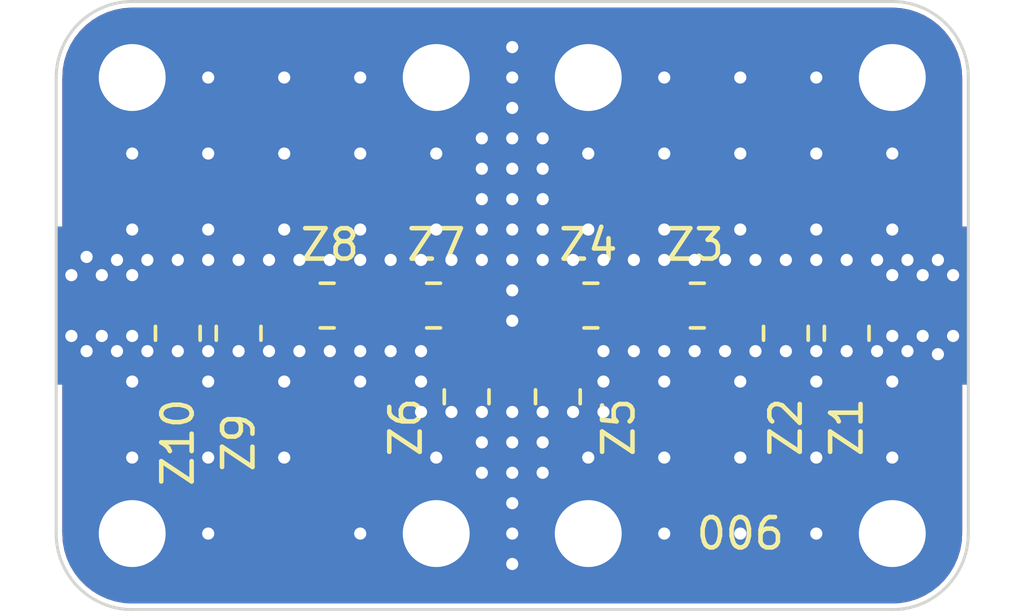
<source format=kicad_pcb>
(kicad_pcb (version 20211014) (generator pcbnew)
  (layers (0 "F.Cu" signal "Górna sygnałowa") (31 "B.Cu" signal "Dolna sygnałowa") (37 "F.SilkS" user "Górna opisowa") (38 "B.Mask" user "Dolna sodermaski") (39 "F.Mask" user "Górna soldermaski") (44 "Edge.Cuts" user "Krawędziowa"))
  (net 0 "")
  (net 1 "GND")
  (net 2 "Net-(J1-Pad1)")
  (net 3 "Net-(J2-Pad1)")
  (net 4 "Net-(Z3-Pad2)")
  (net 5 "Net-(Z4-Pad2)")
  (net 6 "Net-(Z7-Pad2)")
  (footprint "Resistor_SMD:R_0805_2012Metric" (layer "F.Cu") (at 133.5 63.4125 -90)
    (fp_text reference "Z1" (at 3.0875 0 90) (layer "F.SilkS"))
    (fp_text value "Z")
    (fp_line (start -0.227064 -0.735) (end 0.227064 -0.735) (layer "F.SilkS") (width 0.12))
    (fp_line (start -0.227064 0.735) (end 0.227064 0.735) (layer "F.SilkS") (width 0.12))
    (pad "1" smd roundrect locked (at -0.9125 0 270) (size 1.025 1.4) (layers "F.Cu" "F.Paste" "F.Mask") (roundrect_rratio 0.243902439) (net 2 "Net-(J1-Pad1)"))
    (pad "2" smd roundrect locked (at 0.9125 0 270) (size 1.025 1.4) (layers "F.Cu" "F.Paste" "F.Mask") (roundrect_rratio 0.243902439) (net 1 "GND"))
  )
  (footprint "modular-rf-bench-footprints:M2-hole" (layer "F.Cu") (at 135 70)
    (fp_text reference "H2" hide)
    (fp_text value "M2" hide)
    (pad "1" thru_hole circle (at 0 0) (size 3.4 3.4) (drill 2.2) (layers *.Cu *.Mask) (net 1 "GND"))
  )
  (footprint "modular-rf-bench-footprints:M2-hole" (layer "F.Cu") (at 135 55)
    (fp_text reference "H4" hide)
    (fp_text value "M2" hide)
    (pad "1" thru_hole circle (at 0 0) (size 3.4 3.4) (drill 2.2) (layers *.Cu *.Mask) (net 1 "GND"))
  )
  (footprint "modular-rf-bench-footprints:M2-hole" (layer "F.Cu") (at 125 55)
    (fp_text reference "H7" hide)
    (fp_text value "M2" hide)
    (pad "1" thru_hole circle (at 0 0) (size 3.4 3.4) (drill 2.2) (layers *.Cu *.Mask) (net 1 "GND"))
  )
  (footprint "LOGO" (layer "F.Cu") (at 115 69.5)
    (fp_text reference "G***" hide)
    (fp_text value "LOGO" hide)
    (fp_poly (pts (xy 1.707208 -2.385083) (xy 1.72178 -2.377357) (xy 1.727638 -2.361209) (xy 1.724986 -2.333962) (xy 1.714028 -2.292938) (xy 1.695246 -2.236259) (xy 1.67886 -2.189554) (xy 1.664665 -2.150375) (xy 1.654112 -2.122636) (xy 1.64865 -2.110255) (xy 1.648486 -2.110054) (xy 1.654138 -2.102822) (xy 1.673545 -2.088435) (xy 1.702518 -2.069996) (xy 1.702794 -2.06983) (xy 1.765684 -2.026146) (xy 1.813512 -1.980369) (xy 1.845324 -1.93425) (xy 1.860162 -1.889541) (xy 1.85707 -1.847993) (xy 1.84052 -1.817555) (xy 1.820991 -1.793438) (xy 1.877555 -1.759364) (xy 1.917737 -1.733301) (xy 1.95925 -1.703533) (xy 1.980607 -1.68675) (xy 2.006661 -1.664073) (xy 2.019745 -1.647389) (xy 2.023211 -1.630016) (xy 2.020661 -1.606876) (xy 2.015636 -1.567128) (xy 2.012184 -1.526831) (xy 2.012056 -1.524528) (xy 2.006709 -1.493183) (xy 1.992958 -1.475529) (xy 1.987295 -1.472236) (xy 1.964024 -1.455734) (xy 1.944294 -1.435747) (xy 1.934232 -1.424962) (xy 1.921977 -1.417526) (xy 1.903462 -1.412581) (xy 1.874622 -1.409268) (xy 1.831391 -1.406728) (xy 1.800502 -1.40537) (xy 1.740844 -1.401769) (xy 1.695936 -1.396721) (xy 1.66814 -1.390536) (xy 1.661407 -1.387121) (xy 1.649381 -1.368624) (xy 1.640328 -1.340255) (xy 1.63945 -1.335453) (xy 1.632091 -1.309371) (xy 1.617507 -1.271305) (xy 1.5982 -1.227508) (xy 1.586787 -1.203865) (xy 1.569617 -1.168352) (xy 1.556241 -1.136883) (xy 1.545437 -1.105019) (xy 1.535983 -1.068321) (xy 1.526657 -1.022348) (xy 1.516238 -0.96266) (xy 1.510003 -0.924858) (xy 1.498611 -0.849525) (xy 1.487513 -0.766274) (xy 1.477703 -0.683243) (xy 1.470177 -0.608573) (xy 1.467711 -0.578682) (xy 1.453479 -0.42915) (xy 1.434101 -0.296565) (xy 1.409013 -0.177722) (xy 1.378053 -0.070634) (xy 1.349141 0.00713) (xy 1.316299 0.074946) (xy 1.27602 0.13851) (xy 1.224798 0.20352) (xy 1.175643 0.258199) (xy 1.077329 0.37528) (xy 0.993806 0.501629) (xy 0.931364 0.621186) (xy 0.903186 0.677903) (xy 0.877811 0.720375) (xy 0.851675 0.754018) (xy 0.828482 0.777604) (xy 0.800811 0.802117) (xy 0.778251 0.819713) (xy 0.765568 0.826682) (xy 0.765395 0.826688) (xy 0.753451 0.833218) (xy 0.741919 0.853767) (xy 0.730392 0.889773) (xy 0.718459 0.942674) (xy 0.705712 1.01391) (xy 0.697702 1.064739) (xy 0.682935 1.157753) (xy 0.668702 1.236626) (xy 0.653537 1.307789) (xy 0.635974 1.377671) (xy 0.61455 1.452702) (xy 0.594147 1.519151) (xy 0.573662 1.588767) (xy 0.559937 1.648459) (xy 0.552673 1.703792) (xy 0.551572 1.760332) (xy 0.556334 1.823643) (xy 0.566662 1.899292) (xy 0.571976 1.932384) (xy 0.581863 1.993891) (xy 0.591097 2.054175) (xy 0.598842 2.107582) (xy 0.604263 2.14846) (xy 0.605561 2.159723) (xy 0.612893 2.204728) (xy 0.626368 2.241894) (xy 0.650004 2.281963) (xy 0.652923 2.28631) (xy 0.693121 2.345728) (xy 0.391035 2.345728) (xy 0.398018 2.312144) (xy 0.406666 2.282384) (xy 0.417092 2.259536) (xy 0.421952 2.245992) (xy 0.419574 2.22758) (xy 0.408787 2.199446) (xy 0.396054 2.172292) (xy 0.37605 2.126603) (xy 0.359018 2.076762) (xy 0.343853 2.018573) (xy 0.329451 1.94784) (xy 0.315851 1.867612) (xy 0.305774 1.815487) (xy 0.290904 1.752618) (xy 0.27342 1.687715) (xy 0.259042 1.640272) (xy 0.239373 1.577432) (xy 0.224185 1.523154) (xy 0.212556 1.472312) (xy 0.203565 1.419774) (xy 0.19629 1.360411) (xy 0.18981 1.289094) (xy 0.185282 1.229699) (xy 0.180007 1.126544) (xy 0.179205 1.027802) (xy 0.18278 0.938429) (xy 0.190634 0.863381) (xy 0.192649 0.850881) (xy 0.198285 0.818238) (xy 0.013062 0.82396) (xy -0.107738 0.82548) (xy -0.212835 0.821724) (xy -0.306616 0.812274) (xy -0.393468 0.796713) (xy -0.464665 0.778501) (xy -0.571132 0.739636) (xy -0.66046 0.68959) (xy -0.733091 0.628052) (xy -0.789464 0.554711) (xy -0.795565 0.544391) (xy -0.824093 0.4946) (xy -0.831361 0.523556) (xy -0.851223 0.580742) (xy -0.881966 0.643838) (xy -0.919153 0.704875) (xy -0.958352 0.755885) (xy -0.964174 0.762224) (xy -0.998177 0.799253) (xy -1.020985 0.828535) (xy -1.036147 0.856807) (xy -1.047214 0.890804) (xy -1.057733 0.937262) (xy -1.058593 0.941406) (xy -1.077747 1.014043) (xy -1.104922 1.080397) (xy -1.14259 1.144725) (xy -1.193225 1.211286) (xy -1.255438 1.280306) (xy -1.299345 1.327086) (xy -1.330904 1.363066) (xy -1.352698 1.391736) (xy -1.367309 1.416586) (xy -1.377321 1.441105) (xy -1.379516 1.447943) (xy -1.393383 1.510336) (xy -1.40151 1.583767) (xy -1.403348 1.659269) (xy -1.39835 1.727875) (xy -1.397133 1.736045) (xy -1.378151 1.852191) (xy -1.361347 1.949249) (xy -1.346392 2.028646) (xy -1.332955 2.091809) (xy -1.320708 2.140166) (xy -1.30932 2.175143) (xy -1.298463 2.198166) (xy -1.287806 2.210664) (xy -1.287464 2.210907) (xy -1.256964 2.236176) (xy -1.229438 2.265811) (xy -1.210524 2.293348) (xy -1.206109 2.30412) (xy -1.204756 2.313632) (xy -1.209064 2.319721) (xy -1.222584 2.323146) (xy -1.248864 2.324671) (xy -1.291453 2.325054) (xy -1.303781 2.325061) (xy -1.406928 2.325061) (xy -1.404551 2.296643) (xy -1.406631 2.27843) (xy -1.417659 2.257689) (xy -1.440231 2.230433) (xy -1.463418 2.206224) (xy -1.506232 2.157147) (xy -1.545198 2.099598) (xy -1.581789 2.030726) (xy -1.617483 1.947679) (xy -1.653754 1.847608) (xy -1.662294 1.822003) (xy -1.697106 1.710358) (xy -1.722384 1.613609) (xy -1.738078 1.528285) (xy -1.744138 1.450921) (xy -1.740513 1.378048) (xy -1.727154 1.306198) (xy -1.704012 1.231903) (xy -1.671036 1.151696) (xy -1.652075 1.110862) (xy -1.636756 1.077573) (xy -1.626819 1.050567) (xy -1.621132 1.023669) (xy -1.618567 0.990701) (xy -1.617993 0.945488) (xy -1.618058 0.924857) (xy -1.625963 0.813717) (xy -1.648543 0.689349) (xy -1.685564 0.552839) (xy -1.720352 0.449512) (xy -1.738479 0.395325) (xy -1.755499 0.337402) (xy -1.768757 0.28505) (xy -1.772894 0.265233) (xy -1.785589 0.208368) (xy -1.799357 0.165227) (xy -1.813305 0.137191) (xy -1.826539 0.125643) (xy -1.838166 0.131965) (xy -1.846026 0.152044) (xy -1.850797 0.168673) (xy -1.85519 0.170196) (xy -1.862104 0.1549) (xy -1.867875 0.139127) (xy -1.878772 0.090843) (xy -1.88276 0.030839) (xy -1.880033 -0.033197) (xy -1.870784 -0.093578) (xy -1.861162 -0.127803) (xy -1.813901 -0.230684) (xy -1.748926 -0.324576) (xy -1.667469 -0.408757) (xy -1.570758 -0.482506) (xy -1.460023 -0.545102) (xy -1.336491 -0.595822) (xy -1.201393 -0.633946) (xy -1.055958 -0.658752) (xy -0.940358 -0.668205) (xy -0.852575 -0.670242) (xy -0.768501 -0.667683) (xy -0.683224 -0.659982) (xy -0.591831 -0.646595) (xy -0.48941 -0.626977) (xy -0.408289 -0.609192) (xy -0.312193 -0.587655) (xy -0.232421 -0.5708) (xy -0.165292 -0.558121) (xy -0.107125 -0.549111) (xy -0.054238 -0.543263) (xy -0.002951 -0.540071) (xy 0.050417 -0.539027) (xy 0.098629 -0.539425) (xy 0.154738 -0.540085) (xy 0.199013 -0.539411) (xy 0.23732 -0.536684) (xy 0.275528 -0.531182) (xy 0.319505 -0.522181) (xy 0.37512 -0.508962) (xy 0.403604 -0.501918) (xy 0.475622 -0.484786) (xy 0.531279 -0.473817) (xy 0.573946 -0.469024) (xy 0.606992 -0.470419) (xy 0.633788 -0.478013) (xy 0.657703 -0.49182) (xy 0.671833 -0.502891) (xy 0.692889 -0.523327) (xy 0.710733 -0.547871) (xy 0.726651 -0.579659) (xy 0.741925 -0.621827) (xy 0.75784 -0.677511) (xy 0.77568 -0.749847) (xy 0.779346 -0.765531) (xy 0.796905 -0.83723) (xy 0.818065 -0.917688) (xy 0.840306 -0.997626) (xy 0.861109 -1.067766) (xy 0.863452 -1.075283) (xy 0.878978 -1.125887) (xy 0.891303 -1.169705) (xy 0.901226 -1.211056) (xy 0.909547 -1.254259) (xy 0.917065 -1.303635) (xy 0.924579 -1.363502) (xy 0.932889 -1.438181) (xy 0.936002 -1.467372) (xy 0.947098 -1.569507) (xy 0.956972 -1.653593) (xy 0.966097 -1.722179) (xy 0.974945 -1.777812) (xy 0.983991 -1.823043) (xy 0.993707 -1.860418) (xy 1.004567 -1.892487) (xy 1.017044 -1.921798) (xy 1.022488 -1.933108) (xy 1.043227 -1.972305) (xy 1.064341 -2.004466) (xy 1.089403 -2.03324) (xy 1.121983 -2.062279) (xy 1.165654 -2.095234) (xy 1.214198 -2.129077) (xy 1.26388 -2.165032) (xy 1.315539 -2.205693) (xy 1.361923 -2.245205) (xy 1.38689 -2.268565) (xy 1.418275 -2.297957) (xy 1.445322 -2.320096) (xy 1.46414 -2.331951) (xy 1.469559 -2.332995) (xy 1.483132 -2.318377) (xy 1.484744 -2.288394) (xy 1.474416 -2.244522) (xy 1.468097 -2.226457) (xy 1.456615 -2.194668) (xy 1.44885 -2.171059) (xy 1.446704 -2.162272) (xy 1.453034 -2.164187) (xy 1.469982 -2.17846) (xy 1.494485 -2.201958) (xy 1.52348 -2.23155) (xy 1.553903 -2.264104) (xy 1.582693 -2.296485) (xy 1.606785 -2.325563) (xy 1.608411 -2.327645) (xy 1.635607 -2.360388) (xy 1.656294 -2.37884) (xy 1.674724 -2.386355) (xy 1.683716 -2.387063)) (layer "F.Cu") (width 0) (fill solid))
  )
  (footprint "Resistor_SMD:R_0805_2012Metric" (layer "F.Cu") (at 121 65.5 -90)
    (fp_text reference "Z6" (at 1 2 90) (layer "F.SilkS"))
    (fp_text value "Z")
    (fp_line (start -0.227064 -0.735) (end 0.227064 -0.735) (layer "F.SilkS") (width 0.12))
    (fp_line (start -0.227064 0.735) (end 0.227064 0.735) (layer "F.SilkS") (width 0.12))
    (pad "1" smd roundrect locked (at -0.9125 0 270) (size 1.025 1.4) (layers "F.Cu" "F.Paste" "F.Mask") (roundrect_rratio 0.243902439) (net 5 "Net-(Z4-Pad2)"))
    (pad "2" smd roundrect locked (at 0.9125 0 270) (size 1.025 1.4) (layers "F.Cu" "F.Paste" "F.Mask") (roundrect_rratio 0.243902439) (net 1 "GND"))
  )
  (footprint "Resistor_SMD:R_0805_2012Metric" (layer "F.Cu") (at 113.5 63.4125 -90)
    (fp_text reference "Z9" (at 3.5875 0 90) (layer "F.SilkS"))
    (fp_text value "Z")
    (fp_line (start -0.227064 -0.735) (end 0.227064 -0.735) (layer "F.SilkS") (width 0.12))
    (fp_line (start -0.227064 0.735) (end 0.227064 0.735) (layer "F.SilkS") (width 0.12))
    (pad "1" smd roundrect locked (at -0.9125 0 270) (size 1.025 1.4) (layers "F.Cu" "F.Paste" "F.Mask") (roundrect_rratio 0.243902439) (net 3 "Net-(J2-Pad1)"))
    (pad "2" smd roundrect locked (at 0.9125 0 270) (size 1.025 1.4) (layers "F.Cu" "F.Paste" "F.Mask") (roundrect_rratio 0.243902439) (net 1 "GND"))
  )
  (footprint "modular-rf-bench-footprints:M2-hole" (layer "F.Cu") (at 125 70)
    (fp_text reference "H8" hide)
    (fp_text value "M2" hide)
    (pad "1" thru_hole circle (at 0 0) (size 3.4 3.4) (drill 2.2) (layers *.Cu *.Mask) (net 1 "GND"))
  )
  (footprint "modular-rf-bench-footprints:edge-connector" (layer "F.Cu") (at 137.5 62.5)
    (fp_text reference "J1")
    (fp_text value "CONN" hide)
    (pad "1" smd rect (at -1.5 0) (size 3 0.8) (layers "F.Cu") (net 2 "Net-(J1-Pad1)"))
    (pad "2" thru_hole circle (at -1.5 1) (size 0.8 0.8) (drill 0.4) (layers *.Cu) (net 1 "GND"))
    (pad "2" thru_hole circle (at -2.5 1) (size 0.8 0.8) (drill 0.4) (layers *.Cu) (net 1 "GND"))
    (pad "2" smd rect (at -1.5 0) (size 3 5.2) (layers "B.Cu") (net 1 "GND"))
    (pad "2" thru_hole circle (at -1 -1.5) (size 0.8 0.8) (drill 0.4) (layers *.Cu) (net 1 "GND"))
    (pad "2" smd rect (at -1.5 1.6) (size 3 2) (layers "F.Cu") (net 1 "GND"))
    (pad "2" thru_hole circle (at -1 1.6) (size 0.8 0.8) (drill 0.4) (layers *.Cu) (net 1 "GND"))
    (pad "2" thru_hole circle (at -2 -1.5) (size 0.8 0.8) (drill 0.4) (layers *.Cu) (net 1 "GND"))
    (pad "2" thru_hole circle (at -2 1.5) (size 0.8 0.8) (drill 0.4) (layers *.Cu) (net 1 "GND"))
    (pad "2" thru_hole circle (at -0.5 1) (size 0.8 0.8) (drill 0.4) (layers *.Cu) (net 1 "GND"))
    (pad "2" thru_hole circle (at -2.5 -1) (size 0.8 0.8) (drill 0.4) (layers *.Cu) (net 1 "GND"))
    (pad "2" thru_hole circle (at -1.5 -1) (size 0.8 0.8) (drill 0.4) (layers *.Cu) (net 1 "GND"))
    (pad "2" smd rect (at -1.5 -1.6) (size 3 2) (layers "F.Cu") (net 1 "GND"))
    (pad "2" thru_hole circle (at -0.5 -1) (size 0.8 0.8) (drill 0.4) (layers *.Cu) (net 1 "GND"))
  )
  (footprint "Resistor_SMD:R_0805_2012Metric" (layer "F.Cu") (at 111.5 63.4125 -90)
    (fp_text reference "Z10" (at 3.5875 0 90) (layer "F.SilkS"))
    (fp_text value "Z")
    (fp_line (start -0.227064 -0.735) (end 0.227064 -0.735) (layer "F.SilkS") (width 0.12))
    (fp_line (start -0.227064 0.735) (end 0.227064 0.735) (layer "F.SilkS") (width 0.12))
    (pad "1" smd roundrect locked (at -0.9125 0 270) (size 1.025 1.4) (layers "F.Cu" "F.Paste" "F.Mask") (roundrect_rratio 0.243902439) (net 3 "Net-(J2-Pad1)"))
    (pad "2" smd roundrect locked (at 0.9125 0 270) (size 1.025 1.4) (layers "F.Cu" "F.Paste" "F.Mask") (roundrect_rratio 0.243902439) (net 1 "GND"))
  )
  (footprint "modular-rf-bench-footprints:M2-hole" (layer "F.Cu") (at 120 70)
    (fp_text reference "H6" hide)
    (fp_text value "M2" hide)
    (pad "1" thru_hole circle (at 0 0) (size 3.4 3.4) (drill 2.2) (layers *.Cu *.Mask) (net 1 "GND"))
  )
  (footprint "Resistor_SMD:R_0805_2012Metric" (layer "F.Cu") (at 119.9125 62.5 180)
    (fp_text reference "Z7" (at -0.0875 2) (layer "F.SilkS"))
    (fp_text value "Z")
    (fp_line (start -0.227064 -0.735) (end 0.227064 -0.735) (layer "F.SilkS") (width 0.12))
    (fp_line (start -0.227064 0.735) (end 0.227064 0.735) (layer "F.SilkS") (width 0.12))
    (pad "1" smd roundrect locked (at -0.9125 0 180) (size 1.025 1.4) (layers "F.Cu" "F.Paste" "F.Mask") (roundrect_rratio 0.243902439) (net 5 "Net-(Z4-Pad2)"))
    (pad "2" smd roundrect locked (at 0.9125 0 180) (size 1.025 1.4) (layers "F.Cu" "F.Paste" "F.Mask") (roundrect_rratio 0.243902439) (net 6 "Net-(Z7-Pad2)"))
  )
  (footprint "modular-rf-bench-footprints:M2-hole" (layer "F.Cu") (at 110 70)
    (fp_text reference "H1" hide)
    (fp_text value "M2" hide)
    (pad "1" thru_hole circle (at 0 0) (size 3.4 3.4) (drill 2.2) (layers *.Cu *.Mask) (net 1 "GND"))
  )
  (footprint "Resistor_SMD:R_0805_2012Metric" (layer "F.Cu") (at 116.4125 62.5 180)
    (fp_text reference "Z8" (at -0.0875 2) (layer "F.SilkS"))
    (fp_text value "Z")
    (fp_line (start -0.227064 0.735) (end 0.227064 0.735) (layer "F.SilkS") (width 0.12))
    (fp_line (start -0.227064 -0.735) (end 0.227064 -0.735) (layer "F.SilkS") (width 0.12))
    (pad "1" smd roundrect locked (at -0.9125 0 180) (size 1.025 1.4) (layers "F.Cu" "F.Paste" "F.Mask") (roundrect_rratio 0.243902439) (net 6 "Net-(Z7-Pad2)"))
    (pad "2" smd roundrect locked (at 0.9125 0 180) (size 1.025 1.4) (layers "F.Cu" "F.Paste" "F.Mask") (roundrect_rratio 0.243902439) (net 3 "Net-(J2-Pad1)"))
  )
  (footprint "Resistor_SMD:R_0805_2012Metric" (layer "F.Cu") (at 124 65.5 -90)
    (fp_text reference "Z5" (at 1 -2 90) (layer "F.SilkS"))
    (fp_text value "Z")
    (fp_line (start -0.227064 -0.735) (end 0.227064 -0.735) (layer "F.SilkS") (width 0.12))
    (fp_line (start -0.227064 0.735) (end 0.227064 0.735) (layer "F.SilkS") (width 0.12))
    (pad "1" smd roundrect locked (at -0.9125 0 270) (size 1.025 1.4) (layers "F.Cu" "F.Paste" "F.Mask") (roundrect_rratio 0.243902439) (net 5 "Net-(Z4-Pad2)"))
    (pad "2" smd roundrect locked (at 0.9125 0 270) (size 1.025 1.4) (layers "F.Cu" "F.Paste" "F.Mask") (roundrect_rratio 0.243902439) (net 1 "GND"))
  )
  (footprint "Resistor_SMD:R_0805_2012Metric" (layer "F.Cu") (at 131.5 63.4125 -90)
    (fp_text reference "Z2" (at 3.0875 0 90) (layer "F.SilkS"))
    (fp_text value "Z")
    (fp_line (start -0.227064 -0.735) (end 0.227064 -0.735) (layer "F.SilkS") (width 0.12))
    (fp_line (start -0.227064 0.735) (end 0.227064 0.735) (layer "F.SilkS") (width 0.12))
    (pad "1" smd roundrect locked (at -0.9125 0 270) (size 1.025 1.4) (layers "F.Cu" "F.Paste" "F.Mask") (roundrect_rratio 0.243902439) (net 2 "Net-(J1-Pad1)"))
    (pad "2" smd roundrect locked (at 0.9125 0 270) (size 1.025 1.4) (layers "F.Cu" "F.Paste" "F.Mask") (roundrect_rratio 0.243902439) (net 1 "GND"))
  )
  (footprint "Resistor_SMD:R_0805_2012Metric" (layer "F.Cu") (at 125.0875 62.5 180)
    (fp_text reference "Z4" (at 0.0875 2) (layer "F.SilkS"))
    (fp_text value "Z")
    (fp_line (start -0.227064 -0.735) (end 0.227064 -0.735) (layer "F.SilkS") (width 0.12))
    (fp_line (start -0.227064 0.735) (end 0.227064 0.735) (layer "F.SilkS") (width 0.12))
    (pad "1" smd roundrect locked (at -0.9125 0 180) (size 1.025 1.4) (layers "F.Cu" "F.Paste" "F.Mask") (roundrect_rratio 0.243902439) (net 4 "Net-(Z3-Pad2)"))
    (pad "2" smd roundrect locked (at 0.9125 0 180) (size 1.025 1.4) (layers "F.Cu" "F.Paste" "F.Mask") (roundrect_rratio 0.243902439) (net 5 "Net-(Z4-Pad2)"))
  )
  (footprint "modular-rf-bench-footprints:M2-hole" (layer "F.Cu") (at 120 55)
    (fp_text reference "H3" hide)
    (fp_text value "M2" hide)
    (pad "1" thru_hole circle (at 0 0) (size 3.4 3.4) (drill 2.2) (layers *.Cu *.Mask) (net 1 "GND"))
  )
  (footprint "modular-rf-bench-footprints:edge-connector" (layer "F.Cu") (at 107.5 62.5 180)
    (fp_text reference "J2")
    (fp_text value "CONN" hide)
    (pad "1" smd rect (at -1.5 0 180) (size 3 0.8) (layers "F.Cu") (net 3 "Net-(J2-Pad1)"))
    (pad "2" thru_hole circle (at -1 -1.5 180) (size 0.8 0.8) (drill 0.4) (layers *.Cu) (net 1 "GND"))
    (pad "2" thru_hole circle (at -1 1.6 180) (size 0.8 0.8) (drill 0.4) (layers *.Cu) (net 1 "GND"))
    (pad "2" thru_hole circle (at -2.5 -1 180) (size 0.8 0.8) (drill 0.4) (layers *.Cu) (net 1 "GND"))
    (pad "2" smd rect (at -1.5 0 180) (size 3 5.2) (layers "B.Cu") (net 1 "GND"))
    (pad "2" thru_hole circle (at -1.5 1 180) (size 0.8 0.8) (drill 0.4) (layers *.Cu) (net 1 "GND"))
    (pad "2" thru_hole circle (at -1.5 -1 180) (size 0.8 0.8) (drill 0.4) (layers *.Cu) (net 1 "GND"))
    (pad "2" smd rect (at -1.5 -1.6 180) (size 3 2) (layers "F.Cu") (net 1 "GND"))
    (pad "2" thru_hole circle (at -2 1.5 180) (size 0.8 0.8) (drill 0.4) (layers *.Cu) (net 1 "GND"))
    (pad "2" thru_hole circle (at -0.5 1 180) (size 0.8 0.8) (drill 0.4) (layers *.Cu) (net 1 "GND"))
    (pad "2" thru_hole circle (at -0.5 -1 180) (size 0.8 0.8) (drill 0.4) (layers *.Cu) (net 1 "GND"))
    (pad "2" thru_hole circle (at -2 -1.5 180) (size 0.8 0.8) (drill 0.4) (layers *.Cu) (net 1 "GND"))
    (pad "2" thru_hole circle (at -2.5 1 180) (size 0.8 0.8) (drill 0.4) (layers *.Cu) (net 1 "GND"))
    (pad "2" smd rect (at -1.5 1.6 180) (size 3 2) (layers "F.Cu") (net 1 "GND"))
  )
  (footprint "modular-rf-bench-footprints:M2-hole" (layer "F.Cu") (at 110 55)
    (fp_text reference "H5" hide)
    (fp_text value "M2" hide)
    (pad "1" thru_hole circle (at 0 0) (size 3.4 3.4) (drill 2.2) (layers *.Cu *.Mask) (net 1 "GND"))
  )
  (footprint "Resistor_SMD:R_0805_2012Metric" (layer "F.Cu") (at 128.5875 62.5 180)
    (fp_text reference "Z3" (at 0.0875 2) (layer "F.SilkS"))
    (fp_text value "Z")
    (fp_line (start -0.227064 -0.735) (end 0.227064 -0.735) (layer "F.SilkS") (width 0.12))
    (fp_line (start -0.227064 0.735) (end 0.227064 0.735) (layer "F.SilkS") (width 0.12))
    (pad "1" smd roundrect locked (at -0.9125 0 180) (size 1.025 1.4) (layers "F.Cu" "F.Paste" "F.Mask") (roundrect_rratio 0.243902439) (net 2 "Net-(J1-Pad1)"))
    (pad "2" smd roundrect locked (at 0.9125 0 180) (size 1.025 1.4) (layers "F.Cu" "F.Paste" "F.Mask") (roundrect_rratio 0.243902439) (net 4 "Net-(Z3-Pad2)"))
  )
  (gr_line (start 107.5 55) (end 107.5 70) (layer "Edge.Cuts") (width 0.1))
  (gr_arc (start 135 52.5) (mid 136.767767 53.232233) (end 137.5 55) (layer "Edge.Cuts") (width 0.1))
  (gr_line (start 110 72.5) (end 135 72.5) (layer "Edge.Cuts") (width 0.1))
  (gr_arc (start 110 72.5) (mid 108.232233 71.767767) (end 107.5 70) (layer "Edge.Cuts") (width 0.1))
  (gr_arc (start 137.5 70) (mid 136.767767 71.767767) (end 135 72.5) (layer "Edge.Cuts") (width 0.1))
  (gr_arc (start 107.5 55) (mid 108.232233 53.232233) (end 110 52.5) (layer "Edge.Cuts") (width 0.1))
  (gr_line (start 110 52.5) (end 135 52.5) (layer "Edge.Cuts") (width 0.1))
  (gr_line (start 137.5 55) (end 137.5 70) (layer "Edge.Cuts") (width 0.1))
  (gr_text "006" (at 130 70) (layer "F.SilkS") (effects (font (size 1 1))))
  (via (at 130 57.5) (size 0.8) (drill 0.4) (layers "F.Cu" "B.Cu") (net 1))
  (via (at 118.5 64) (size 0.8) (drill 0.4) (layers "F.Cu" "B.Cu") (net 1))
  (via (at 117.5 55) (size 0.8) (drill 0.4) (layers "F.Cu" "B.Cu") (net 1))
  (via (at 112.5 60) (size 0.8) (drill 0.4) (layers "F.Cu" "B.Cu") (net 1))
  (via (at 127.5 65) (size 0.8) (drill 0.4) (layers "F.Cu" "B.Cu") (net 1))
  (via (at 121.5 60) (size 0.8) (drill 0.4) (layers "F.Cu" "B.Cu") (net 1))
  (via (at 120.5 61) (size 0.8) (drill 0.4) (layers "F.Cu" "B.Cu") (net 1))
  (via (at 135 57.5) (size 0.8) (drill 0.4) (layers "F.Cu" "B.Cu") (net 1))
  (via (at 132.5 67.5) (size 0.8) (drill 0.4) (layers "F.Cu" "B.Cu") (net 1))
  (via (at 134.5 61) (size 0.8) (drill 0.4) (layers "F.Cu" "B.Cu") (net 1))
  (via (at 110.5 61) (size 0.8) (drill 0.4) (layers "F.Cu" "B.Cu") (net 1))
  (via (at 120.5 66) (size 0.8) (drill 0.4) (layers "F.Cu" "B.Cu") (net 1))
  (via (at 123.5 58) (size 0.8) (drill 0.4) (layers "F.Cu" "B.Cu") (net 1))
  (via (at 121.5 61) (size 0.8) (drill 0.4) (layers "F.Cu" "B.Cu") (net 1))
  (via (at 122.5 70) (size 0.8) (drill 0.4) (layers "F.Cu" "B.Cu") (net 1))
  (via (at 112.5 67.5) (size 0.8) (drill 0.4) (layers "F.Cu" "B.Cu") (net 1))
  (via (at 125.5 65) (size 0.8) (drill 0.4) (layers "F.Cu" "B.Cu") (net 1))
  (via (at 117.5 61) (size 0.8) (drill 0.4) (layers "F.Cu" "B.Cu") (net 1))
  (via (at 122.5 66) (size 0.8) (drill 0.4) (layers "F.Cu" "B.Cu") (net 1))
  (via (at 127.5 55) (size 0.8) (drill 0.4) (layers "F.Cu" "B.Cu") (net 1))
  (via (at 121.5 57) (size 0.8) (drill 0.4) (layers "F.Cu" "B.Cu") (net 1))
  (via (at 122.5 59) (size 0.8) (drill 0.4) (layers "F.Cu" "B.Cu") (net 1))
  (via (at 114.5 61) (size 0.8) (drill 0.4) (layers "F.Cu" "B.Cu") (net 1))
  (via (at 135 60) (size 0.8) (drill 0.4) (layers "F.Cu" "B.Cu") (net 1))
  (via (at 122.5 63) (size 0.8) (drill 0.4) (layers "F.Cu" "B.Cu") (net 1))
  (via (at 120 67.5) (size 0.8) (drill 0.4) (layers "F.Cu" "B.Cu") (net 1))
  (via (at 132.5 61) (size 0.8) (drill 0.4) (layers "F.Cu" "B.Cu") (net 1))
  (via (at 123.5 66) (size 0.8) (drill 0.4) (layers "F.Cu" "B.Cu") (net 1))
  (via (at 119.5 64) (size 0.8) (drill 0.4) (layers "F.Cu" "B.Cu") (net 1))
  (via (at 130 60) (size 0.8) (drill 0.4) (layers "F.Cu" "B.Cu") (net 1))
  (via (at 117.5 65) (size 0.8) (drill 0.4) (layers "F.Cu" "B.Cu") (net 1))
  (via (at 121.5 59) (size 0.8) (drill 0.4) (layers "F.Cu" "B.Cu") (net 1))
  (via (at 116.5 61) (size 0.8) (drill 0.4) (layers "F.Cu" "B.Cu") (net 1))
  (via (at 126.5 61) (size 0.8) (drill 0.4) (layers "F.Cu" "B.Cu") (net 1))
  (via (at 121.5 66) (size 0.8) (drill 0.4) (layers "F.Cu" "B.Cu") (net 1))
  (via (at 117.5 64) (size 0.8) (drill 0.4) (layers "F.Cu" "B.Cu") (net 1))
  (via (at 128.5 61) (size 0.8) (drill 0.4) (layers "F.Cu" "B.Cu") (net 1))
  (via (at 135 67.5) (size 0.8) (drill 0.4) (layers "F.Cu" "B.Cu") (net 1))
  (via (at 127.5 60) (size 0.8) (drill 0.4) (layers "F.Cu" "B.Cu") (net 1))
  (via (at 135 65) (size 0.8) (drill 0.4) (layers "F.Cu" "B.Cu") (net 1))
  (via (at 127.5 67.5) (size 0.8) (drill 0.4) (layers "F.Cu" "B.Cu") (net 1))
  (via (at 130 70) (size 0.8) (drill 0.4) (layers "F.Cu" "B.Cu") (net 1))
  (via (at 132.5 60) (size 0.8) (drill 0.4) (layers "F.Cu" "B.Cu") (net 1))
  (via (at 114.5 64) (size 0.8) (drill 0.4) (layers "F.Cu" "B.Cu") (net 1))
  (via (at 110.5 64) (size 0.8) (drill 0.4) (layers "F.Cu" "B.Cu") (net 1))
  (via (at 122.5 57) (size 0.8) (drill 0.4) (layers "F.Cu" "B.Cu") (net 1))
  (via (at 124.5 61) (size 0.8) (drill 0.4) (layers "F.Cu" "B.Cu") (net 1))
  (via (at 117.5 60) (size 0.8) (drill 0.4) (layers "F.Cu" "B.Cu") (net 1))
  (via (at 122.5 62) (size 0.8) (drill 0.4) (layers "F.Cu" "B.Cu") (net 1))
  (via (at 125.5 61) (size 0.8) (drill 0.4) (layers "F.Cu" "B.Cu") (net 1))
  (via (at 125 60) (size 0.8) (drill 0.4) (layers "F.Cu" "B.Cu") (net 1))
  (via (at 132.5 57.5) (size 0.8) (drill 0.4) (layers "F.Cu" "B.Cu") (net 1))
  (via (at 123.5 57) (size 0.8) (drill 0.4) (layers "F.Cu" "B.Cu") (net 1))
  (via (at 127.5 70) (size 0.8) (drill 0.4) (layers "F.Cu" "B.Cu") (net 1))
  (via (at 111.5 61) (size 0.8) (drill 0.4) (layers "F.Cu" "B.Cu") (net 1))
  (via (at 126.5 64) (size 0.8) (drill 0.4) (layers "F.Cu" "B.Cu") (net 1))
  (via (at 123.5 59) (size 0.8) (drill 0.4) (layers "F.Cu" "B.Cu") (net 1))
  (via (at 125 57.5) (size 0.8) (drill 0.4) (layers "F.Cu" "B.Cu") (net 1))
  (via (at 117.5 70) (size 0.8) (drill 0.4) (layers "F.Cu" "B.Cu") (net 1))
  (via (at 112.5 57.5) (size 0.8) (drill 0.4) (layers "F.Cu" "B.Cu") (net 1))
  (via (at 116.5 64) (size 0.8) (drill 0.4) (layers "F.Cu" "B.Cu") (net 1))
  (via (at 122.5 61) (size 0.8) (drill 0.4) (layers "F.Cu" "B.Cu") (net 1))
  (via (at 130 67.5) (size 0.8) (drill 0.4) (layers "F.Cu" "B.Cu") (net 1))
  (via (at 115.5 61) (size 0.8) (drill 0.4) (layers "F.Cu" "B.Cu") (net 1))
  (via (at 122.5 58) (size 0.8) (drill 0.4) (layers "F.Cu" "B.Cu") (net 1))
  (via (at 129.5 64) (size 0.8) (drill 0.4) (layers "F.Cu" "B.Cu") (net 1))
  (via (at 127.5 64) (size 0.8) (drill 0.4) (layers "F.Cu" "B.Cu") (net 1))
  (via (at 122.5 67) (size 0.8) (drill 0.4) (layers "F.Cu" "B.Cu") (net 1))
  (via (at 133.5 64) (size 0.8) (drill 0.4) (layers "F.Cu" "B.Cu") (net 1))
  (via (at 121.5 58) (size 0.8) (drill 0.4) (layers "F.Cu" "B.Cu") (net 1))
  (via (at 132.5 65) (size 0.8) (drill 0.4) (layers "F.Cu" "B.Cu") (net 1))
  (via (at 112.5 64) (size 0.8) (drill 0.4) (layers "F.Cu" "B.Cu") (net 1))
  (via (at 119.5 66) (size 0.8) (drill 0.4) (layers "F.Cu" "B.Cu") (net 1))
  (via (at 127.5 61) (size 0.8) (drill 0.4) (layers "F.Cu" "B.Cu") (net 1))
  (via (at 131.5 61) (size 0.8) (drill 0.4) (layers "F.Cu" "B.Cu") (net 1))
  (via (at 134.5 64) (size 0.8) (drill 0.4) (layers "F.Cu" "B.Cu") (net 1))
  (via (at 120 60) (size 0.8) (drill 0.4) (layers "F.Cu" "B.Cu") (net 1))
  (via (at 112.5 65) (size 0.8) (drill 0.4) (layers "F.Cu" "B.Cu") (net 1))
  (via (at 132.5 64) (size 0.8) (drill 0.4) (layers "F.Cu" "B.Cu") (net 1))
  (via (at 117.5 57.5) (size 0.8) (drill 0.4) (layers "F.Cu" "B.Cu") (net 1))
  (via (at 115 67.5) (size 0.8) (drill 0.4) (layers "F.Cu" "B.Cu") (net 1))
  (via (at 112.5 61) (size 0.8) (drill 0.4) (layers "F.Cu" "B.Cu") (net 1))
  (via (at 115.5 64) (size 0.8) (drill 0.4) (layers "F.Cu" "B.Cu") (net 1))
  (via (at 118.5 61) (size 0.8) (drill 0.4) (layers "F.Cu" "B.Cu") (net 1))
  (via (at 125 67.5) (size 0.8) (drill 0.4) (layers "F.Cu" "B.Cu") (net 1))
  (via (at 119.5 61) (size 0.8) (drill 0.4) (layers "F.Cu" "B.Cu") (net 1))
  (via (at 122.5 54) (size 0.8) (drill 0.4) (layers "F.Cu" "B.Cu") (net 1))
  (via (at 130.5 64) (size 0.8) (drill 0.4) (layers "F.Cu" "B.Cu") (net 1))
  (via (at 113.5 61) (size 0.8) (drill 0.4) (layers "F.Cu" "B.Cu") (net 1))
  (via (at 115 57.5) (size 0.8) (drill 0.4) (layers "F.Cu" "B.Cu") (net 1))
  (via (at 133.5 61) (size 0.8) (drill 0.4) (layers "F.Cu" "B.Cu") (net 1))
  (via (at 111.5 64) (size 0.8) (drill 0.4) (layers "F.Cu" "B.Cu") (net 1))
  (via (at 122.5 60) (size 0.8) (drill 0.4) (layers "F.Cu" "B.Cu") (net 1))
  (via (at 129.5 61) (size 0.8) (drill 0.4) (layers "F.Cu" "B.Cu") (net 1))
  (via (at 120 57.5) (size 0.8) (drill 0.4) (layers "F.Cu" "B.Cu") (net 1))
  (via (at 110 67.5) (size 0.8) (drill 0.4) (layers "F.Cu" "B.Cu") (net 1))
  (via (at 125.5 66) (size 0.8) (drill 0.4) (layers "F.Cu" "B.Cu") (net 1))
  (via (at 130 55) (size 0.8) (drill 0.4) (layers "F.Cu" "B.Cu") (net 1))
  (via (at 119.5 65) (size 0.8) (drill 0.4) (layers "F.Cu" "B.Cu") (net 1))
  (via (at 128.5 64) (size 0.8) (drill 0.4) (layers "F.Cu" "B.Cu") (net 1))
  (via (at 110 57.5) (size 0.8) (drill 0.4) (layers "F.Cu" "B.Cu") (net 1))
  (via (at 115 60) (size 0.8) (drill 0.4) (layers "F.Cu" "B.Cu") (net 1))
  (via (at 131.5 64) (size 0.8) (drill 0.4) (layers "F.Cu" "B.Cu") (net 1))
  (via (at 115 55) (size 0.8) (drill 0.4) (layers "F.Cu" "B.Cu") (net 1))
  (via (at 110 60) (size 0.8) (drill 0.4) (layers "F.Cu" "B.Cu") (net 1))
  (via (at 123.5 60) (size 0.8) (drill 0.4) (layers "F.Cu" "B.Cu") (net 1))
  (via (at 130.5 61) (size 0.8) (drill 0.4) (layers "F.Cu" "B.Cu") (net 1))
  (via (at 130 65) (size 0.8) (drill 0.4) (layers "F.Cu" "B.Cu") (net 1))
  (via (at 121.5 68) (size 0.8) (drill 0.4) (layers "F.Cu" "B.Cu") (net 1))
  (via (at 123.5 68) (size 0.8) (drill 0.4) (layers "F.Cu" "B.Cu") (net 1))
  (via (at 122.5 69) (size 0.8) (drill 0.4) (layers "F.Cu" "B.Cu") (net 1))
  (via (at 123.5 61) (size 0.8) (drill 0.4) (layers "F.Cu" "B.Cu") (net 1))
  (via (at 121.5 67) (size 0.8) (drill 0.4) (layers "F.Cu" "B.Cu") (net 1))
  (via (at 112.5 70) (size 0.8) (drill 0.4) (layers "F.Cu" "B.Cu") (net 1))
  (via (at 122.5 71) (size 0.8) (drill 0.4) (layers "F.Cu" "B.Cu") (net 1))
  (via (at 124.5 66) (size 0.8) (drill 0.4) (layers "F.Cu" "B.Cu") (net 1))
  (via (at 125.5 64) (size 0.8) (drill 0.4) (layers "F.Cu" "B.Cu") (net 1))
  (via (at 110 65) (size 0.8) (drill 0.4) (layers "F.Cu" "B.Cu") (net 1))
  (via (at 122.5 55) (size 0.8) (drill 0.4) (layers "F.Cu" "B.Cu") (net 1))
  (via (at 127.5 57.5) (size 0.8) (drill 0.4) (layers "F.Cu" "B.Cu") (net 1))
  (via (at 122.5 56) (size 0.8) (drill 0.4) (layers "F.Cu" "B.Cu") (net 1))
  (via (at 112.5 55) (size 0.8) (drill 0.4) (layers "F.Cu" "B.Cu") (net 1))
  (via (at 122.5 68) (size 0.8) (drill 0.4) (layers "F.Cu" "B.Cu") (net 1))
  (via (at 132.5 55) (size 0.8) (drill 0.4) (layers "F.Cu" "B.Cu") (net 1))
  (via (at 113.5 64) (size 0.8) (drill 0.4) (layers "F.Cu" "B.Cu") (net 1))
  (via (at 132.5 70) (size 0.8) (drill 0.4) (layers "F.Cu" "B.Cu") (net 1))
  (via (at 123.5 67) (size 0.8) (drill 0.4) (layers "F.Cu" "B.Cu") (net 1))
  (via (at 115 65) (size 0.8) (drill 0.4) (layers "F.Cu" "B.Cu") (net 1))
  (segment (start 131.5 62.5) (end 133.5 62.5) (width 0.8) (layer "F.Cu") (net 2))
  (segment (start 129.5 62.5) (end 131.5 62.5) (width 0.8) (layer "F.Cu") (net 2))
  (segment (start 133.5 62.5) (end 136 62.5) (width 0.8) (layer "F.Cu") (net 2))
  (segment (start 109 62.5) (end 111.5 62.5) (width 0.8) (layer "F.Cu") (net 3))
  (segment (start 113.5 62.5) (end 115.5 62.5) (width 0.8) (layer "F.Cu") (net 3))
  (segment (start 111.5 62.5) (end 113.5 62.5) (width 0.8) (layer "F.Cu") (net 3))
  (segment (start 126 62.5) (end 127.675 62.5) (width 0.8) (layer "F.Cu") (net 4))
  (segment (start 124.175 64.4125) (end 124 64.5875) (width 0.8) (layer "F.Cu") (net 5))
  (segment (start 124.175 62.5) (end 124.175 64.4125) (width 0.8) (layer "F.Cu") (net 5))
  (segment (start 121 64.5875) (end 124 64.5875) (width 0.8) (layer "F.Cu") (net 5))
  (segment (start 120.825 62.5) (end 120.825 64.4125) (width 0.8) (layer "F.Cu") (net 5))
  (segment (start 120.825 64.4125) (end 121 64.5875) (width 0.8) (layer "F.Cu") (net 5))
  (segment (start 117.325 62.5) (end 119 62.5) (width 0.8) (layer "F.Cu") (net 6))
  (zone (net 0) (net_name "") (layer "F.Cu") (connect_pads (clearance 0)) (min_thickness 0.254)
    (keepout (tracks allowed) (vias allowed) (pads allowed) (copperpour not_allowed) (footprints allowed))
    (fill (thermal_gap 0.508) (thermal_bridge_width 0.508))
    (polygon (pts (xy 121.75 63.5) (xy 110.5 63.5) (xy 110.5 61.5) (xy 121.75 61.5)))
  )
  (zone (net 1) (net_name "GND") (layers F&B.Cu) (name "GND") (connect_pads yes (clearance 0.2)) (min_thickness 0.2) (fill yes (thermal_gap 0.2) (thermal_bridge_width 0.2))
    (polygon (pts (xy 137.5 72.5) (xy 107.5 72.5) (xy 107.5 52.5) (xy 137.5 52.5)))
  )
  (zone (net 0) (net_name "") (layer "F.Cu") (connect_pads (clearance 0)) (min_thickness 0.254)
    (keepout (tracks allowed) (vias allowed) (pads allowed) (copperpour not_allowed) (footprints allowed))
    (fill (thermal_gap 0.508) (thermal_bridge_width 0.508))
    (polygon (pts (xy 125 65.5) (xy 120 65.5) (xy 120 63.5) (xy 121.75 63.5) (xy 121.75 63.75) (xy 123.25 63.75) (xy 123.25 63.5) (xy 125 63.5)))
  )
  (zone (net 0) (net_name "") (layer "F.Cu") (connect_pads (clearance 0)) (min_thickness 0.254)
    (keepout (tracks allowed) (vias allowed) (pads allowed) (copperpour not_allowed) (footprints allowed))
    (fill (thermal_gap 0.508) (thermal_bridge_width 0.508))
    (polygon (pts (xy 134.5 63.5) (xy 123.25 63.5) (xy 123.25 61.5) (xy 134.5 61.5)))
  )
)
</source>
